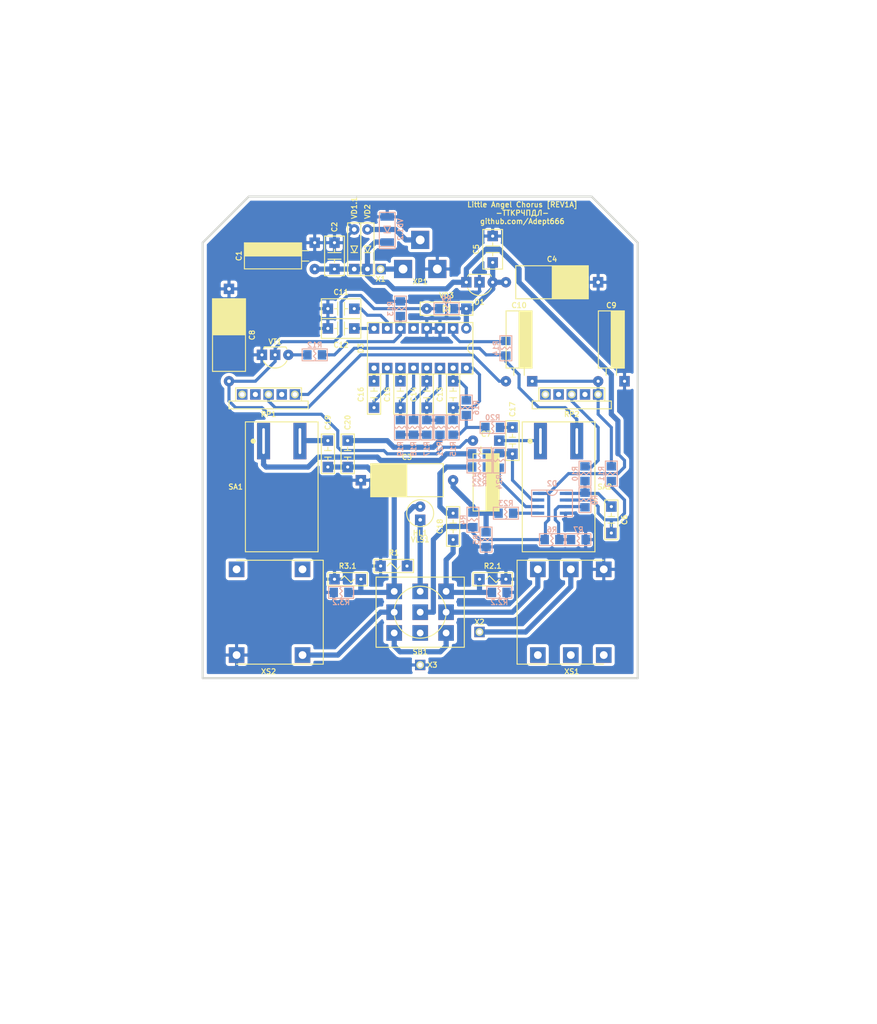
<source format=kicad_pcb>
(kicad_pcb (version 20171130) (host pcbnew 5.1.12-84ad8e8a86~92~ubuntu20.04.1)
  (title_block (title ТКП-1.12.A-1) (date 2024-05-26) (rev 1A) (company "Little Angel Chorus [REV1A]") (comment 1 http://github.com/Adept666) (comment 2 "Igor Ivanov (Игорь Иванов)") (comment 3 -ТТКРЧПДЛ-) (comment 4 "This project is licensed under GNU General Public License v3.0 or later"))
  (layers (0 F.Cu jumper) (31 B.Cu signal) (36 B.SilkS user) (37 F.SilkS user) (38 B.Mask user) (44 Edge.Cuts user))
  (net 0 "")
  (net 1 COM)
  (net 2 "Net-(HL1-PadC)")
  (net 3 /LED)
  (net 4 "Net-(SB1-PadNC1)")
  (net 5 "Net-(SB1-PadNC2)")
  (net 6 "Net-(XS1-PadSN)")
  (net 7 "Net-(XS1-PadRN)")
  (net 8 "Net-(XS1-PadTN)")
  (net 9 "Net-(XS2-PadSN)")
  (net 10 "Net-(XS2-PadTN)")
  (net 11 /IN-SCH)
  (net 12 /IN-CON)
  (net 13 /OUT-SCH)
  (net 14 /OUT-CON)
  (net 15 /PP3-POS)
  (net 16 /PP3-NEG)
  (net 17 "Net-(C13-Pad1)")
  (net 18 "Net-(C11-Pad2)")
  (net 19 "Net-(C12-Pad2)")
  (net 20 "Net-(C13-Pad2)")
  (net 21 "Net-(C17-Pad2)")
  (net 22 "Net-(C19-Pad1)")
  (net 23 "Net-(D2-Pad6)")
  (net 24 "Net-(D2-Pad5)")
  (net 25 "Net-(D3-Pad6)")
  (net 26 "Net-(D3-Pad5)")
  (net 27 V)
  (net 28 "Net-(R10-Pad2)")
  (net 29 "Net-(RP1-Pad1)")
  (net 30 VB)
  (net 31 VA)
  (net 32 VC)
  (net 33 "Net-(VD2-PadA)")
  (net 34 "Net-(C10-Pad-)")
  (net 35 "Net-(C10-Pad+)")
  (net 36 "Net-(C14-Pad1)")
  (net 37 "Net-(C14-Pad2)")
  (net 38 "Net-(C15-Pad1)")
  (net 39 "Net-(C15-Pad2)")
  (net 40 "Net-(C16-Pad2)")
  (net 41 "Net-(C16-Pad1)")
  (net 42 "Net-(C17-Pad1)")
  (net 43 "Net-(C18-Pad2)")
  (net 44 "Net-(C20-Pad1)")
  (net 45 "Net-(D3-Pad2)")
  (net 46 "Net-(R12-Pad1)")
  (net 47 "Net-(R14-Pad1)")
  (net 48 "Net-(R15-Pad2)")
  (net 49 "Net-(R17-Pad2)")
  (net 50 "Net-(R25-Pad2)")
  (net 51 "Net-(RP2-Pad1)")
  (net 52 "Net-(C6-Pad1)")
  (net 53 "Net-(C6-Pad2)")
  (net 54 "Net-(C7-Pad+)")
  (net 55 "Net-(C7-Pad-)")
  (module SBEL:G0473_A1 (layer F.Cu) (at 105.41 148.59)
    (fp_text reference VE1 hide)
    (fp_text value G0473 hide)
  )
  (module SBKCL:RP-RK1233N1-KC-PCB (layer F.Cu) (at 134.62 122.08)
    (fp_text reference RP2 (at 0 12.54) (layer F.SilkS) (effects (font (thickness 0.2))))
    (fp_text value B50K)
    (pad 3 thru_hole rect (at 5.08 8.73) (size 2 2) (drill 1) (layers B.Cu B.Mask) (net 34 "Net-(C10-Pad-)"))
    (pad NC2 thru_hole rect (at 2.54 8.73) (size 2 2) (drill 1) (layers B.Cu B.Mask))
    (pad 2 thru_hole rect (at 0 8.73) (size 2 2) (drill 1) (layers B.Cu B.Mask) (net 28 "Net-(R10-Pad2)"))
    (pad NC1 thru_hole rect (at -2.54 8.73) (size 2 2) (drill 1) (layers B.Cu B.Mask))
    (pad 1 thru_hole rect (at -5.08 8.73) (size 2 2) (drill 1) (layers B.Cu B.Mask) (net 51 "Net-(RP2-Pad1)"))
  )
  (module SBKCL:RP-RK1233N1-KC-PCB (layer F.Cu) (at 76.2 122.08)
    (fp_text reference RP1 (at 0 12.54) (layer F.SilkS) (effects (font (thickness 0.2))))
    (fp_text value B50K)
    (pad 3 thru_hole rect (at 5.08 8.73) (size 2 2) (drill 1) (layers B.Cu B.Mask) (net 47 "Net-(R14-Pad1)"))
    (pad NC2 thru_hole rect (at 2.54 8.73) (size 2 2) (drill 1) (layers B.Cu B.Mask))
    (pad 2 thru_hole rect (at 0 8.73) (size 2 2) (drill 1) (layers B.Cu B.Mask) (net 35 "Net-(C10-Pad+)"))
    (pad NC1 thru_hole rect (at -2.54 8.73) (size 2 2) (drill 1) (layers B.Cu B.Mask))
    (pad 1 thru_hole rect (at -5.08 8.73) (size 2 2) (drill 1) (layers B.Cu B.Mask) (net 29 "Net-(RP1-Pad1)"))
  )
  (module KCL:P-SO-08 (layer B.Cu) (at 130.81 151.765 180)
    (fp_text reference D2 (at 0 3.81) (layer B.SilkS) (effects (font (thickness 0.2)) (justify mirror)))
    (fp_text value 5532)
    (pad 8 smd rect (at 2.6 1.905 180) (size 2.2 0.6) (layers B.Cu B.Mask) (net 27 V))
    (pad 7 smd rect (at 2.6 0.635 180) (size 2.2 0.6) (layers B.Cu B.Mask) (net 21 "Net-(C17-Pad2)"))
    (pad 6 smd rect (at 2.6 -0.635 180) (size 2.2 0.6) (layers B.Cu B.Mask) (net 23 "Net-(D2-Pad6)"))
    (pad 5 smd rect (at 2.6 -1.905 180) (size 2.2 0.6) (layers B.Cu B.Mask) (net 24 "Net-(D2-Pad5)"))
    (pad 4 smd rect (at -2.6 -1.905 180) (size 2.2 0.6) (layers B.Cu B.Mask) (net 1 COM))
    (pad 3 smd rect (at -2.6 -0.635 180) (size 2.2 0.6) (layers B.Cu B.Mask) (net 32 VC))
    (pad 2 smd rect (at -2.6 0.635 180) (size 2.2 0.6) (layers B.Cu B.Mask) (net 53 "Net-(C6-Pad2)"))
    (pad 1 smd rect (at -2.6 1.905 180) (size 2.2 0.6) (layers B.Cu B.Mask) (net 52 "Net-(C6-Pad1)"))
  )
  (module KCL:R-SM-1206 (layer B.Cu) (at 90.17 168.91)
    (fp_text reference R3.2 (at 0 1.905) (layer B.SilkS) (effects (font (thickness 0.2)) (justify mirror)))
    (fp_text value 104)
    (pad 2 smd rect (at 1.4 0) (size 1.6 1.8) (layers B.Cu B.Mask) (net 13 /OUT-SCH))
    (pad 1 smd rect (at -1.4 0) (size 1.6 1.8) (layers B.Cu B.Mask) (net 1 COM))
  )
  (module KCL:R-SM-1206 (layer B.Cu) (at 120.65 168.91 180)
    (fp_text reference R2.2 (at 0 -1.905) (layer B.SilkS) (effects (font (thickness 0.2)) (justify mirror)))
    (fp_text value 105)
    (pad 2 smd rect (at 1.4 0 180) (size 1.6 1.8) (layers B.Cu B.Mask) (net 11 /IN-SCH))
    (pad 1 smd rect (at -1.4 0 180) (size 1.6 1.8) (layers B.Cu B.Mask) (net 1 COM))
  )
  (module KCL:R-SM-1206 (layer B.Cu) (at 135.89 158.75 180)
    (fp_text reference R7 (at 0 1.905) (layer B.SilkS) (effects (font (thickness 0.2)) (justify mirror)))
    (fp_text value 473)
    (pad 2 smd rect (at 1.4 0 180) (size 1.6 1.8) (layers B.Cu B.Mask) (net 32 VC))
    (pad 1 smd rect (at -1.4 0 180) (size 1.6 1.8) (layers B.Cu B.Mask) (net 1 COM))
  )
  (module KCL:R-SM-1206 (layer B.Cu) (at 130.81 158.75 180)
    (fp_text reference R6 (at 0 1.905) (layer B.SilkS) (effects (font (thickness 0.2)) (justify mirror)))
    (fp_text value 104)
    (pad 2 smd rect (at 1.4 0 180) (size 1.6 1.8) (layers B.Cu B.Mask) (net 27 V))
    (pad 1 smd rect (at -1.4 0 180) (size 1.6 1.8) (layers B.Cu B.Mask) (net 32 VC))
  )
  (module KCL:R-SM-1206 (layer B.Cu) (at 118.11 158.75 90)
    (fp_text reference R5 (at 0 -1.905 270) (layer B.SilkS) (effects (font (thickness 0.2)) (justify mirror)))
    (fp_text value 103)
    (pad 2 smd rect (at 1.4 0 90) (size 1.6 1.8) (layers B.Cu B.Mask) (net 30 VB))
    (pad 1 smd rect (at -1.4 0 90) (size 1.6 1.8) (layers B.Cu B.Mask) (net 1 COM))
  )
  (module KCL:R-SM-1206 (layer B.Cu) (at 115.57 154.94 270)
    (fp_text reference R4 (at 0 1.905 90) (layer B.SilkS) (effects (font (thickness 0.2)) (justify mirror)))
    (fp_text value 103)
    (pad 2 smd rect (at 1.4 0 270) (size 1.6 1.8) (layers B.Cu B.Mask) (net 27 V))
    (pad 1 smd rect (at -1.4 0 270) (size 1.6 1.8) (layers B.Cu B.Mask) (net 30 VB))
  )
  (module KCL:CP-AXIAL-D06-L13-d0.6 (layer F.Cu) (at 102.87 147.32 180)
    (fp_text reference C3 (at 0 4.445) (layer F.SilkS) (effects (font (thickness 0.2))))
    (fp_text value 476)
    (pad - thru_hole rect (at 8.89 0 180) (size 2 2) (drill 0.7) (layers *.Cu *.Mask) (net 1 COM))
    (pad + thru_hole circle (at -8.89 0 180) (size 2 2) (drill 0.7) (layers *.Cu *.Mask) (net 30 VB))
  )
  (module KCL:SW-KN3-1-PCB (layer F.Cu) (at 132.08 148.59)
    (fp_text reference SA2 (at 8.89 0) (layer F.SilkS) (effects (font (thickness 0.2))))
    (fp_text value KN3-1)
    (pad NO thru_hole rect (at 3.5 -8.8) (size 2.5 7) (drill oval 0.5 5) (layers B.Cu B.Mask) (net 47 "Net-(R14-Pad1)"))
    (pad COM thru_hole rect (at -3.5 -8.8) (size 2.5 7) (drill oval 0.5 5) (layers B.Cu B.Mask) (net 55 "Net-(C7-Pad-)"))
  )
  (module KCL:SW-KN3-1-PCB (layer F.Cu) (at 78.74 148.59)
    (fp_text reference SA1 (at -8.89 0) (layer F.SilkS) (effects (font (thickness 0.2))))
    (fp_text value KN3-1)
    (pad NO thru_hole rect (at 3.5 -8.8) (size 2.5 7) (drill oval 0.5 5) (layers B.Cu B.Mask) (net 22 "Net-(C19-Pad1)"))
    (pad COM thru_hole rect (at -3.5 -8.8) (size 2.5 7) (drill oval 0.5 5) (layers B.Cu B.Mask) (net 50 "Net-(R25-Pad2)"))
  )
  (module KCL:CP-RADIAL-D05.0-P02.0-d0.5-L11-HD (layer F.Cu) (at 118.11 139.7)
    (fp_text reference C7 (at 0 -1.27) (layer F.SilkS) (effects (font (thickness 0.2))))
    (fp_text value 106)
    (pad + thru_hole circle (at -2.54 0) (size 2 2) (drill 0.6) (layers *.Cu *.Mask) (net 54 "Net-(C7-Pad+)"))
    (pad - thru_hole rect (at 2.54 0) (size 2 2) (drill 0.6) (layers *.Cu *.Mask) (net 55 "Net-(C7-Pad-)"))
  )
  (module KCL:P-DO-41 (layer F.Cu) (at 95.25 102.87 270)
    (fp_text reference VD2 (at -5.715 0 90) (layer F.SilkS) (effects (font (thickness 0.2)) (justify left)))
    (fp_text value 5817)
    (pad A thru_hole circle (at -3.81 0 270) (size 2 2) (drill 0.9) (layers *.Cu *.Mask) (net 33 "Net-(VD2-PadA)"))
    (pad C thru_hole rect (at 3.81 0 270) (size 2 2) (drill 0.9) (layers *.Cu *.Mask) (net 27 V))
  )
  (module KCL:P-TO-92-C-B-E (layer F.Cu) (at 77.47 123.19 180)
    (fp_text reference VT1 (at 0 2.54) (layer F.SilkS) (effects (font (thickness 0.2))))
    (fp_text value 3904)
    (pad E thru_hole rect (at 2.54 0 180) (size 2 2) (drill 0.6) (layers *.Cu *.Mask) (net 1 COM))
    (pad B thru_hole rect (at 0 0 180) (size 2 2) (drill 0.6) (layers *.Cu *.Mask) (net 54 "Net-(C7-Pad+)"))
    (pad C thru_hole circle (at -2.54 0 180) (size 2 2) (drill 0.6) (layers *.Cu *.Mask) (net 46 "Net-(R12-Pad1)"))
  )
  (module KCL:P-DO-35 (layer F.Cu) (at 110.49 114.3)
    (fp_text reference VD3 (at 0 -2.54) (layer F.SilkS) (effects (font (thickness 0.2))))
    (fp_text value 4148)
    (pad A thru_hole circle (at -3.81 0) (size 2 2) (drill 0.6) (layers *.Cu *.Mask) (net 54 "Net-(C7-Pad+)"))
    (pad C thru_hole rect (at 3.81 0) (size 2 2) (drill 0.6) (layers *.Cu *.Mask) (net 31 VA))
  )
  (module KCL:R-SM-1206 (layer B.Cu) (at 137.16 146.05 90)
    (fp_text reference R10 (at 0 -1.905 90) (layer B.SilkS) (effects (font (thickness 0.2)) (justify mirror)))
    (fp_text value 472)
    (pad 2 smd rect (at 1.4 0 90) (size 1.6 1.8) (layers B.Cu B.Mask) (net 28 "Net-(R10-Pad2)"))
    (pad 1 smd rect (at -1.4 0 90) (size 1.6 1.8) (layers B.Cu B.Mask) (net 52 "Net-(C6-Pad1)"))
  )
  (module KCL:R-SM-1206 (layer B.Cu) (at 142.24 146.05 90)
    (fp_text reference R11 (at 0 -1.905 90) (layer B.SilkS) (effects (font (thickness 0.2)) (justify mirror)))
    (fp_text value 224)
    (pad 2 smd rect (at 1.4 0 90) (size 1.6 1.8) (layers B.Cu B.Mask) (net 34 "Net-(C10-Pad-)"))
    (pad 1 smd rect (at -1.4 0 90) (size 1.6 1.8) (layers B.Cu B.Mask) (net 53 "Net-(C6-Pad2)"))
  )
  (module KCL:R-SM-1206 (layer B.Cu) (at 121.92 121.92 90)
    (fp_text reference R14 (at 0 -1.905 90) (layer B.SilkS) (effects (font (thickness 0.2)) (justify mirror)))
    (fp_text value 333)
    (pad 2 smd rect (at 1.4 0 90) (size 1.6 1.8) (layers B.Cu B.Mask) (net 45 "Net-(D3-Pad2)"))
    (pad 1 smd rect (at -1.4 0 90) (size 1.6 1.8) (layers B.Cu B.Mask) (net 47 "Net-(R14-Pad1)"))
  )
  (module KCL:R-SM-1206 (layer B.Cu) (at 121.92 153.67)
    (fp_text reference R23 (at 0 -1.905) (layer B.SilkS) (effects (font (thickness 0.2)) (justify mirror)))
    (fp_text value 334)
    (pad 2 smd rect (at 1.4 0) (size 1.6 1.8) (layers B.Cu B.Mask) (net 24 "Net-(D2-Pad5)"))
    (pad 1 smd rect (at -1.4 0) (size 1.6 1.8) (layers B.Cu B.Mask) (net 30 VB))
  )
  (module KCL:R-SM-1206 (layer B.Cu) (at 101.6 114.3 270)
    (fp_text reference R13 (at 0 1.905 90) (layer B.SilkS) (effects (font (thickness 0.2)) (justify mirror)))
    (fp_text value 222)
    (pad 2 smd rect (at 1.4 0 270) (size 1.6 1.8) (layers B.Cu B.Mask) (net 25 "Net-(D3-Pad6)"))
    (pad 1 smd rect (at -1.4 0 270) (size 1.6 1.8) (layers B.Cu B.Mask) (net 1 COM))
  )
  (module KCL:R-SM-1206 (layer B.Cu) (at 110.49 114.3)
    (fp_text reference R9 (at 0 -1.905) (layer B.SilkS) (effects (font (thickness 0.2)) (justify mirror)))
    (fp_text value 683)
    (pad 2 smd rect (at 1.4 0) (size 1.6 1.8) (layers B.Cu B.Mask) (net 31 VA))
    (pad 1 smd rect (at -1.4 0) (size 1.6 1.8) (layers B.Cu B.Mask) (net 54 "Net-(C7-Pad+)"))
  )
  (module KCL:CP-RADIAL-D05.0-P02.0-d0.5-L11-HU (layer F.Cu) (at 142.24 128.27)
    (fp_text reference C9 (at 0 -14.605) (layer F.SilkS) (effects (font (thickness 0.2))))
    (fp_text value 106)
    (pad + thru_hole circle (at -2.54 0) (size 2 2) (drill 0.6) (layers *.Cu *.Mask) (net 34 "Net-(C10-Pad-)"))
    (pad - thru_hole rect (at 2.54 0) (size 2 2) (drill 0.6) (layers *.Cu *.Mask) (net 1 COM))
  )
  (module KCL:CP-RADIAL-D05.0-P02.0-d0.5-L11-HU (layer F.Cu) (at 124.46 128.27)
    (fp_text reference C10 (at 0 -14.605) (layer F.SilkS) (effects (font (thickness 0.2))))
    (fp_text value 106)
    (pad + thru_hole circle (at -2.54 0) (size 2 2) (drill 0.6) (layers *.Cu *.Mask) (net 35 "Net-(C10-Pad+)"))
    (pad - thru_hole rect (at 2.54 0) (size 2 2) (drill 0.6) (layers *.Cu *.Mask) (net 34 "Net-(C10-Pad-)"))
  )
  (module KCL:CP-AXIAL-D06-L13-d0.6 (layer F.Cu) (at 68.58 119.38 90)
    (fp_text reference C8 (at 0 4.445 90) (layer F.SilkS) (effects (font (thickness 0.2))))
    (fp_text value 476)
    (pad - thru_hole rect (at 8.89 0 90) (size 2 2) (drill 0.7) (layers *.Cu *.Mask) (net 1 COM))
    (pad + thru_hole circle (at -8.89 0 90) (size 2 2) (drill 0.7) (layers *.Cu *.Mask) (net 54 "Net-(C7-Pad+)"))
  )
  (module KCL:C-RECT-L07.3-W02.5-P05.08-d0.5 (layer F.Cu) (at 87.63 142.24 270)
    (fp_text reference C19 (at -4.445 0 90) (layer F.SilkS) (effects (font (thickness 0.2)) (justify left)))
    (fp_text value 104)
    (pad 1 thru_hole rect (at -2.54 0 270) (size 2 2) (drill 0.6) (layers B.Cu B.Mask) (net 22 "Net-(C19-Pad1)"))
    (pad 2 thru_hole rect (at 2.54 0 270) (size 2 2) (drill 0.6) (layers B.Cu B.Mask) (net 13 /OUT-SCH))
  )
  (module KCL:C-RECT-L07.3-W02.5-P05.08-d0.5 (layer F.Cu) (at 142.24 154.94 270)
    (fp_text reference C6 (at 0 -2.54 90) (layer F.SilkS) (effects (font (thickness 0.2))))
    (fp_text value 103)
    (pad 1 thru_hole rect (at -2.54 0 270) (size 2 2) (drill 0.6) (layers B.Cu B.Mask) (net 52 "Net-(C6-Pad1)"))
    (pad 2 thru_hole rect (at 2.54 0 270) (size 2 2) (drill 0.6) (layers B.Cu B.Mask) (net 53 "Net-(C6-Pad2)"))
  )
  (module KCL:C-RECT-L07.3-W02.5-P05.08-d0.5 (layer F.Cu) (at 91.44 142.24 270)
    (fp_text reference C20 (at -4.445 0 90) (layer F.SilkS) (effects (font (thickness 0.2)) (justify left)))
    (fp_text value 104)
    (pad 1 thru_hole rect (at -2.54 0 270) (size 2 2) (drill 0.6) (layers B.Cu B.Mask) (net 44 "Net-(C20-Pad1)"))
    (pad 2 thru_hole rect (at 2.54 0 270) (size 2 2) (drill 0.6) (layers B.Cu B.Mask) (net 13 /OUT-SCH))
  )
  (module KCL:C-RECT-L07.3-W02.5-P05.08-d0.5 (layer F.Cu) (at 123.19 139.7 270)
    (fp_text reference C17 (at -4.445 0 90) (layer F.SilkS) (effects (font (thickness 0.2)) (justify left)))
    (fp_text value 104)
    (pad 1 thru_hole rect (at -2.54 0 270) (size 2 2) (drill 0.6) (layers B.Cu B.Mask) (net 42 "Net-(C17-Pad1)"))
    (pad 2 thru_hole rect (at 2.54 0 270) (size 2 2) (drill 0.6) (layers B.Cu B.Mask) (net 21 "Net-(C17-Pad2)"))
  )
  (module KCL:P-DO-41 (layer F.Cu) (at 92.71 102.87 270)
    (fp_text reference VD1.1 (at -5.715 0 90) (layer F.SilkS) (effects (font (thickness 0.2)) (justify left)))
    (fp_text value 400x)
    (pad A thru_hole circle (at -3.81 0 270) (size 2 2) (drill 0.9) (layers *.Cu *.Mask) (net 1 COM))
    (pad C thru_hole rect (at 3.81 0 270) (size 2 2) (drill 0.9) (layers *.Cu *.Mask) (net 27 V))
  )
  (module KCL:R-SM-1206 (layer B.Cu) (at 85.09 123.19)
    (fp_text reference R12 (at 0 -1.905) (layer B.SilkS) (effects (font (thickness 0.2)) (justify mirror)))
    (fp_text value 101)
    (pad 2 smd rect (at 1.4 0) (size 1.6 1.8) (layers B.Cu B.Mask) (net 25 "Net-(D3-Pad6)"))
    (pad 1 smd rect (at -1.4 0) (size 1.6 1.8) (layers B.Cu B.Mask) (net 46 "Net-(R12-Pad1)"))
  )
  (module KCL:R-SM-1206 (layer B.Cu) (at 137.16 151.13 90)
    (fp_text reference R8 (at 0 1.905 90) (layer B.SilkS) (effects (font (thickness 0.2)) (justify mirror)))
    (fp_text value 224)
    (pad 2 smd rect (at 1.4 0 90) (size 1.6 1.8) (layers B.Cu B.Mask) (net 52 "Net-(C6-Pad1)"))
    (pad 1 smd rect (at -1.4 0 90) (size 1.6 1.8) (layers B.Cu B.Mask) (net 32 VC))
  )
  (module KCL:R-SM-1206 (layer B.Cu) (at 109.22 137.16 270)
    (fp_text reference R21 (at 2.54 0 90) (layer B.SilkS) (effects (font (thickness 0.2)) (justify left mirror)))
    (fp_text value 103)
    (pad 2 smd rect (at 1.4 0 270) (size 1.6 1.8) (layers B.Cu B.Mask) (net 44 "Net-(C20-Pad1)"))
    (pad 1 smd rect (at -1.4 0 270) (size 1.6 1.8) (layers B.Cu B.Mask) (net 36 "Net-(C14-Pad1)"))
  )
  (module KCL:R-SM-1206 (layer B.Cu) (at 116.84 142.24 180)
    (fp_text reference R25 (at 0 -4.445) (layer B.SilkS) (effects (font (thickness 0.2)) (justify mirror)))
    (fp_text value 103)
    (pad 2 smd rect (at 1.4 0 180) (size 1.6 1.8) (layers B.Cu B.Mask) (net 50 "Net-(R25-Pad2)"))
    (pad 1 smd rect (at -1.4 0 180) (size 1.6 1.8) (layers B.Cu B.Mask) (net 21 "Net-(C17-Pad2)"))
  )
  (module KCL:R-SM-1206 (layer B.Cu) (at 119.38 137.16)
    (fp_text reference R20 (at 0 -1.905) (layer B.SilkS) (effects (font (thickness 0.2)) (justify mirror)))
    (fp_text value 103)
    (pad 2 smd rect (at 1.4 0) (size 1.6 1.8) (layers B.Cu B.Mask) (net 42 "Net-(C17-Pad1)"))
    (pad 1 smd rect (at -1.4 0) (size 1.6 1.8) (layers B.Cu B.Mask) (net 48 "Net-(R15-Pad2)"))
  )
  (module KCL:R-SM-1206 (layer B.Cu) (at 101.6 137.16 270)
    (fp_text reference R19 (at 2.54 0 90) (layer B.SilkS) (effects (font (thickness 0.2)) (justify left mirror)))
    (fp_text value 103)
    (pad 2 smd rect (at 1.4 0 270) (size 1.6 1.8) (layers B.Cu B.Mask) (net 49 "Net-(R17-Pad2)"))
    (pad 1 smd rect (at -1.4 0 270) (size 1.6 1.8) (layers B.Cu B.Mask) (net 38 "Net-(C15-Pad1)"))
  )
  (module KCL:R-SM-1206 (layer B.Cu) (at 104.14 137.16 270)
    (fp_text reference R18 (at 2.54 0 90) (layer B.SilkS) (effects (font (thickness 0.2)) (justify left mirror)))
    (fp_text value 103)
    (pad 2 smd rect (at 1.4 0 270) (size 1.6 1.8) (layers B.Cu B.Mask) (net 49 "Net-(R17-Pad2)"))
    (pad 1 smd rect (at -1.4 0 270) (size 1.6 1.8) (layers B.Cu B.Mask) (net 37 "Net-(C14-Pad2)"))
  )
  (module KCL:R-SM-1206 (layer B.Cu) (at 106.68 137.16 270)
    (fp_text reference R17 (at 2.54 0 90) (layer B.SilkS) (effects (font (thickness 0.2)) (justify left mirror)))
    (fp_text value 103)
    (pad 2 smd rect (at 1.4 0 270) (size 1.6 1.8) (layers B.Cu B.Mask) (net 49 "Net-(R17-Pad2)"))
    (pad 1 smd rect (at -1.4 0 270) (size 1.6 1.8) (layers B.Cu B.Mask) (net 36 "Net-(C14-Pad1)"))
  )
  (module KCL:R-SM-1206 (layer B.Cu) (at 114.3 133.35 270)
    (fp_text reference R16 (at 0 -1.905 90) (layer B.SilkS) (effects (font (thickness 0.2)) (justify mirror)))
    (fp_text value 103)
    (pad 2 smd rect (at 1.4 0 270) (size 1.6 1.8) (layers B.Cu B.Mask) (net 48 "Net-(R15-Pad2)"))
    (pad 1 smd rect (at -1.4 0 270) (size 1.6 1.8) (layers B.Cu B.Mask) (net 20 "Net-(C13-Pad2)"))
  )
  (module KCL:R-SM-1206 (layer B.Cu) (at 111.76 137.16 270)
    (fp_text reference R15 (at 2.54 0 90) (layer B.SilkS) (effects (font (thickness 0.2)) (justify left mirror)))
    (fp_text value 103)
    (pad 2 smd rect (at 1.4 0 270) (size 1.6 1.8) (layers B.Cu B.Mask) (net 48 "Net-(R15-Pad2)"))
    (pad 1 smd rect (at -1.4 0 270) (size 1.6 1.8) (layers B.Cu B.Mask) (net 17 "Net-(C13-Pad1)"))
  )
  (module KCL:R-SM-1206 (layer B.Cu) (at 120.65 143.51 90)
    (fp_text reference R24 (at -2.54 0 90) (layer B.SilkS) (effects (font (thickness 0.2)) (justify left mirror)))
    (fp_text value 105)
    (pad 2 smd rect (at 1.4 0 90) (size 1.6 1.8) (layers B.Cu B.Mask) (net 21 "Net-(C17-Pad2)"))
    (pad 1 smd rect (at -1.4 0 90) (size 1.6 1.8) (layers B.Cu B.Mask) (net 23 "Net-(D2-Pad6)"))
  )
  (module KCL:R-SM-1206 (layer B.Cu) (at 116.84 144.78)
    (fp_text reference R22 (at 0 3.175) (layer B.SilkS) (effects (font (thickness 0.2)) (justify mirror)))
    (fp_text value 474)
    (pad 2 smd rect (at 1.4 0) (size 1.6 1.8) (layers B.Cu B.Mask) (net 23 "Net-(D2-Pad6)"))
    (pad 1 smd rect (at -1.4 0) (size 1.6 1.8) (layers B.Cu B.Mask) (net 43 "Net-(C18-Pad2)"))
  )
  (module KCL:P-DIP-16 (layer F.Cu) (at 105.41 121.92 270)
    (fp_text reference D3 (at 0 11.43 90) (layer F.SilkS) (effects (font (thickness 0.2))))
    (fp_text value 2399)
    (pad 10 thru_hole rect (at 3.81 6.35 270) (size 2 2) (drill 1) (layers *.Cu *.Mask) (net 41 "Net-(C16-Pad1)"))
    (pad 9 thru_hole rect (at 3.81 8.89 270) (size 2 2) (drill 1) (layers *.Cu *.Mask) (net 40 "Net-(C16-Pad2)"))
    (pad 12 thru_hole rect (at 3.81 1.27 270) (size 2 2) (drill 1) (layers *.Cu *.Mask) (net 38 "Net-(C15-Pad1)"))
    (pad 11 thru_hole rect (at 3.81 3.81 270) (size 2 2) (drill 1) (layers *.Cu *.Mask) (net 39 "Net-(C15-Pad2)"))
    (pad 8 thru_hole rect (at -3.81 8.89 270) (size 2 2) (drill 1) (layers *.Cu *.Mask) (net 19 "Net-(C12-Pad2)"))
    (pad 6 thru_hole rect (at -3.81 3.81 270) (size 2 2) (drill 1) (layers *.Cu *.Mask) (net 25 "Net-(D3-Pad6)"))
    (pad 7 thru_hole rect (at -3.81 6.35 270) (size 2 2) (drill 1) (layers *.Cu *.Mask) (net 18 "Net-(C11-Pad2)"))
    (pad 5 thru_hole rect (at -3.81 1.27 270) (size 2 2) (drill 1) (layers *.Cu *.Mask) (net 26 "Net-(D3-Pad5)"))
    (pad 16 thru_hole rect (at 3.81 -8.89 270) (size 2 2) (drill 1) (layers *.Cu *.Mask) (net 17 "Net-(C13-Pad1)"))
    (pad 15 thru_hole rect (at 3.81 -6.35 270) (size 2 2) (drill 1) (layers *.Cu *.Mask) (net 20 "Net-(C13-Pad2)"))
    (pad 14 thru_hole rect (at 3.81 -3.81 270) (size 2 2) (drill 1) (layers *.Cu *.Mask) (net 36 "Net-(C14-Pad1)"))
    (pad 13 thru_hole rect (at 3.81 -1.27 270) (size 2 2) (drill 1) (layers *.Cu *.Mask) (net 37 "Net-(C14-Pad2)"))
    (pad 4 thru_hole rect (at -3.81 -1.27 270) (size 2 2) (drill 1) (layers *.Cu *.Mask) (net 1 COM))
    (pad 3 thru_hole rect (at -3.81 -3.81 270) (size 2 2) (drill 1) (layers *.Cu *.Mask) (net 1 COM))
    (pad 2 thru_hole rect (at -3.81 -6.35 270) (size 2 2) (drill 1) (layers *.Cu *.Mask) (net 45 "Net-(D3-Pad2)"))
    (pad 1 thru_hole circle (at -3.81 -8.89 270) (size 2 2) (drill 1) (layers *.Cu *.Mask) (net 31 VA))
  )
  (module KCL:P-TO-92-OUT-GND-IN (layer F.Cu) (at 116.84 109.22 180)
    (fp_text reference D1 (at 0 -3.81) (layer F.SilkS) (effects (font (thickness 0.2))))
    (fp_text value 78L05)
    (pad IN thru_hole rect (at 2.54 0 180) (size 2 2) (drill 0.6) (layers *.Cu *.Mask) (net 27 V))
    (pad GND thru_hole rect (at 0 0 180) (size 2 2) (drill 0.6) (layers *.Cu *.Mask) (net 1 COM))
    (pad OUT thru_hole circle (at -2.54 0 180) (size 2 2) (drill 0.6) (layers *.Cu *.Mask) (net 31 VA))
  )
  (module KCL:C-DISK-D04.2-T03.0-P05.08-d0.5 (layer F.Cu) (at 119.38 102.87 90)
    (fp_text reference C5 (at 0 -3.175 90) (layer F.SilkS) (effects (font (thickness 0.2))))
    (fp_text value 104)
    (pad 1 thru_hole rect (at -2.54 0 90) (size 2 2) (drill 0.6) (layers *.Cu *.Mask) (net 31 VA))
    (pad 2 thru_hole rect (at 2.54 0 90) (size 2 2) (drill 0.6) (layers *.Cu *.Mask) (net 1 COM))
  )
  (module KCL:CP-AXIAL-D06-L13-d0.6 (layer F.Cu) (at 130.81 109.22)
    (fp_text reference C4 (at 0 -4.445) (layer F.SilkS) (effects (font (thickness 0.2))))
    (fp_text value 476)
    (pad - thru_hole rect (at 8.89 0) (size 2 2) (drill 0.7) (layers *.Cu *.Mask) (net 1 COM))
    (pad + thru_hole circle (at -8.89 0) (size 2 2) (drill 0.7) (layers *.Cu *.Mask) (net 31 VA))
  )
  (module KCL:C-RECT-L07.3-W02.5-P05.08-d0.5 (layer F.Cu) (at 106.68 130.81 90)
    (fp_text reference C14 (at 0 -2.54 90) (layer F.SilkS) (effects (font (thickness 0.2))))
    (fp_text value 102)
    (pad 1 thru_hole rect (at -2.54 0 90) (size 2 2) (drill 0.6) (layers B.Cu B.Mask) (net 36 "Net-(C14-Pad1)"))
    (pad 2 thru_hole rect (at 2.54 0 90) (size 2 2) (drill 0.6) (layers B.Cu B.Mask) (net 37 "Net-(C14-Pad2)"))
  )
  (module KCL:C-RECT-L07.3-W02.5-P05.08-d0.5 (layer F.Cu) (at 111.76 130.81 90)
    (fp_text reference C13 (at 0 -2.54 90) (layer F.SilkS) (effects (font (thickness 0.2))))
    (fp_text value 332)
    (pad 1 thru_hole rect (at -2.54 0 90) (size 2 2) (drill 0.6) (layers B.Cu B.Mask) (net 17 "Net-(C13-Pad1)"))
    (pad 2 thru_hole rect (at 2.54 0 90) (size 2 2) (drill 0.6) (layers B.Cu B.Mask) (net 20 "Net-(C13-Pad2)"))
  )
  (module KCL:C-RECT-L07.3-W02.5-P05.08-d0.5 (layer F.Cu) (at 96.52 130.81 90)
    (fp_text reference C16 (at 0 -2.54 90) (layer F.SilkS) (effects (font (thickness 0.2))))
    (fp_text value 103)
    (pad 1 thru_hole rect (at -2.54 0 90) (size 2 2) (drill 0.6) (layers B.Cu B.Mask) (net 41 "Net-(C16-Pad1)"))
    (pad 2 thru_hole rect (at 2.54 0 90) (size 2 2) (drill 0.6) (layers B.Cu B.Mask) (net 40 "Net-(C16-Pad2)"))
  )
  (module KCL:C-RECT-L07.3-W02.5-P05.08-d0.5 (layer F.Cu) (at 101.6 130.81 90)
    (fp_text reference C15 (at 0 -2.54 90) (layer F.SilkS) (effects (font (thickness 0.2))))
    (fp_text value 103)
    (pad 1 thru_hole rect (at -2.54 0 90) (size 2 2) (drill 0.6) (layers B.Cu B.Mask) (net 38 "Net-(C15-Pad1)"))
    (pad 2 thru_hole rect (at 2.54 0 90) (size 2 2) (drill 0.6) (layers B.Cu B.Mask) (net 39 "Net-(C15-Pad2)"))
  )
  (module KCL:C-RECT-L07.3-W02.5-P05.08-d0.5 (layer F.Cu) (at 111.76 156.21 90)
    (fp_text reference C18 (at 0 -2.54 90) (layer F.SilkS) (effects (font (thickness 0.2))))
    (fp_text value 104)
    (pad 1 thru_hole rect (at -2.54 0 90) (size 2 2) (drill 0.6) (layers B.Cu B.Mask) (net 11 /IN-SCH))
    (pad 2 thru_hole rect (at 2.54 0 90) (size 2 2) (drill 0.6) (layers B.Cu B.Mask) (net 43 "Net-(C18-Pad2)"))
  )
  (module KCL:C-DISK-D04.2-T03.0-P05.08-d0.5 (layer F.Cu) (at 90.17 118.11)
    (fp_text reference C12 (at 0 3.175) (layer F.SilkS) (effects (font (thickness 0.2))))
    (fp_text value 104)
    (pad 1 thru_hole rect (at -2.54 0) (size 2 2) (drill 0.6) (layers *.Cu *.Mask) (net 1 COM))
    (pad 2 thru_hole rect (at 2.54 0) (size 2 2) (drill 0.6) (layers *.Cu *.Mask) (net 19 "Net-(C12-Pad2)"))
  )
  (module KCL:C-DISK-D04.2-T03.0-P05.08-d0.5 (layer F.Cu) (at 90.17 114.3)
    (fp_text reference C11 (at 0 -3.175) (layer F.SilkS) (effects (font (thickness 0.2))))
    (fp_text value 104)
    (pad 1 thru_hole rect (at -2.54 0) (size 2 2) (drill 0.6) (layers *.Cu *.Mask) (net 1 COM))
    (pad 2 thru_hole rect (at 2.54 0) (size 2 2) (drill 0.6) (layers *.Cu *.Mask) (net 18 "Net-(C11-Pad2)"))
  )
  (module KCL:R-MFR-12 (layer F.Cu) (at 91.44 166.37)
    (fp_text reference R3.1 (at 0 -2.54) (layer F.SilkS) (effects (font (thickness 0.2))))
    (fp_text value 104)
    (pad 1 thru_hole rect (at -2.54 0) (size 2 2) (drill 0.6) (layers *.Cu *.Mask) (net 1 COM))
    (pad 2 thru_hole rect (at 2.54 0) (size 2 2) (drill 0.6) (layers *.Cu *.Mask) (net 13 /OUT-SCH))
  )
  (module KCL:CON-PAD-S-1.0-2.0 (layer F.Cu) (at 105.41 182.88)
    (fp_text reference X3 (at 1.27 0) (layer F.SilkS) (effects (font (thickness 0.2)) (justify left)))
    (fp_text value COM)
    (pad 1 thru_hole rect (at 0 0) (size 2 2) (drill 1) (layers B.Cu B.Mask) (net 1 COM))
  )
  (module KCL:R-MFR-12 (layer F.Cu) (at 119.38 166.37 180)
    (fp_text reference R2.1 (at 0 2.54) (layer F.SilkS) (effects (font (thickness 0.2))))
    (fp_text value 105)
    (pad 1 thru_hole rect (at -2.54 0 180) (size 2 2) (drill 0.6) (layers *.Cu *.Mask) (net 1 COM))
    (pad 2 thru_hole rect (at 2.54 0 180) (size 2 2) (drill 0.6) (layers *.Cu *.Mask) (net 11 /IN-SCH))
  )
  (module KCL:C-DISK-D04.2-T03.0-P05.08-d0.5 (layer F.Cu) (at 88.9 104.14 90)
    (fp_text reference C2 (at 4.445 0 90) (layer F.SilkS) (effects (font (thickness 0.2)) (justify left)))
    (fp_text value 104)
    (pad 1 thru_hole rect (at -2.54 0 90) (size 2 2) (drill 0.6) (layers *.Cu *.Mask) (net 27 V))
    (pad 2 thru_hole rect (at 2.54 0 90) (size 2 2) (drill 0.6) (layers *.Cu *.Mask) (net 1 COM))
  )
  (module KCL:CP-RADIAL-D05.0-P02.0-d0.5-L11-HU (layer F.Cu) (at 85.09 104.14 90)
    (fp_text reference C1 (at 0 -14.605 90) (layer F.SilkS) (effects (font (thickness 0.2))))
    (fp_text value 107)
    (pad + thru_hole circle (at -2.54 0 90) (size 2 2) (drill 0.6) (layers *.Cu *.Mask) (net 27 V))
    (pad - thru_hole rect (at 2.54 0 90) (size 2 2) (drill 0.6) (layers *.Cu *.Mask) (net 1 COM))
  )
  (module KCL:B-PP3-HV (layer F.Cu) (at 105.41 195.58)
    (fp_text reference GB1 hide)
    (fp_text value PP3 hide)
  )
  (module KCL:CON-NYS-2152 (layer F.Cu) (at 66.04 172.72 270)
    (fp_text reference XS2 (at 11.43 -10.16 180) (layer F.SilkS) (effects (font (thickness 0.2))))
    (fp_text value NYS2152)
    (pad S thru_hole rect (at 8.25 -4 270) (size 3 3) (drill 1.5) (layers B.Cu B.Mask) (net 1 COM))
    (pad T thru_hole rect (at 8.25 -16.7 270) (size 3 3) (drill 1.5) (layers B.Cu B.Mask) (net 14 /OUT-CON))
    (pad SN thru_hole rect (at -8.25 -4 270) (size 3 3) (drill 1.5) (layers B.Cu B.Mask) (net 9 "Net-(XS2-PadSN)"))
    (pad TN thru_hole rect (at -8.25 -16.7 270) (size 3 3) (drill 1.5) (layers B.Cu B.Mask) (net 10 "Net-(XS2-PadTN)"))
  )
  (module KCL:CON-NYS-215 (layer F.Cu) (at 144.78 172.72 90)
    (fp_text reference XS1 (at -11.43 -10.16 180) (layer F.SilkS) (effects (font (thickness 0.2))))
    (fp_text value NYS215)
    (pad S thru_hole rect (at 8.25 -4 90) (size 3 3) (drill 1.5) (layers B.Cu B.Mask) (net 1 COM))
    (pad R thru_hole rect (at 8.25 -10.35 90) (size 3 3) (drill 1.5) (layers B.Cu B.Mask) (net 16 /PP3-NEG))
    (pad T thru_hole rect (at 8.25 -16.7 90) (size 3 3) (drill 1.5) (layers B.Cu B.Mask) (net 12 /IN-CON))
    (pad SN thru_hole rect (at -8.25 -4 90) (size 3 3) (drill 1.5) (layers B.Cu B.Mask) (net 6 "Net-(XS1-PadSN)"))
    (pad RN thru_hole rect (at -8.25 -10.35 90) (size 3 3) (drill 1.5) (layers B.Cu B.Mask) (net 7 "Net-(XS1-PadRN)"))
    (pad TN thru_hole rect (at -8.25 -16.7 90) (size 3 3) (drill 1.5) (layers B.Cu B.Mask) (net 8 "Net-(XS1-PadTN)"))
  )
  (module KCL:P-SOD-87 (layer B.Cu) (at 99.06 99.06 270)
    (fp_text reference VD1.2 (at 0 -2.54 90) (layer B.SilkS) (effects (font (thickness 0.2)) (justify mirror)))
    (fp_text value 4001)
    (pad C smd rect (at 2.425 0 270) (size 1.45 2.6) (layers B.Cu B.Mask) (net 27 V))
    (pad A smd rect (at -2.425 0 270) (size 1.45 2.6) (layers B.Cu B.Mask) (net 1 COM))
  )
  (module KCL:CON-PAD-S-1.0-2.0 (layer F.Cu) (at 116.84 176.53)
    (fp_text reference X2 (at 0 -1.905) (layer F.SilkS) (effects (font (thickness 0.2))))
    (fp_text value -)
    (pad 1 thru_hole rect (at 0 0) (size 2 2) (drill 1) (layers B.Cu B.Mask) (net 16 /PP3-NEG))
  )
  (module KCL:R-MFR-12 (layer F.Cu) (at 100.33 163.83)
    (fp_text reference R1 (at 0 -2.54) (layer F.SilkS) (effects (font (thickness 0.2))))
    (fp_text value 103)
    (pad 1 thru_hole rect (at -2.54 0) (size 2 2) (drill 0.6) (layers *.Cu *.Mask) (net 1 COM))
    (pad 2 thru_hole rect (at 2.54 0) (size 2 2) (drill 0.6) (layers *.Cu *.Mask) (net 2 "Net-(HL1-PadC)"))
  )
  (module KCL:LED-ROUND-05.0-UNI-SH-SPACER (layer F.Cu) (at 105.41 153.67 270)
    (fp_text reference HL1 (at 3.81 0 180) (layer F.SilkS) (effects (font (thickness 0.2))))
    (fp_text value FYL-5013UWC)
    (pad C thru_hole circle (at -1.27 0 270) (size 2 2) (drill 0.7) (layers B.Cu B.Mask) (net 2 "Net-(HL1-PadC)"))
    (pad A thru_hole rect (at 1.27 0 270) (size 2 2) (drill 0.7) (layers B.Cu B.Mask) (net 3 /LED))
  )
  (module KCL:CON-PAD-S-1.0-2.0 (layer F.Cu) (at 97.79 106.68)
    (fp_text reference X1 (at 0 1.905) (layer F.SilkS) (effects (font (thickness 0.2))))
    (fp_text value +)
    (pad 1 thru_hole rect (at 0 0) (size 2 2) (drill 1) (layers B.Cu B.Mask) (net 15 /PP3-POS))
  )
  (module KCL:SW-PBS-24-302SP (layer F.Cu) (at 105.41 172.72)
    (fp_text reference SB1 (at 0 7.62) (layer F.SilkS) (effects (font (thickness 0.2))))
    (fp_text value PBS-24-302SP)
    (pad COM3 thru_hole rect (at 5 0) (size 3 3) (drill 1.3) (layers B.Cu B.Mask) (net 12 /IN-CON))
    (pad NC3 thru_hole rect (at 5 4) (size 3 3) (drill 1.3) (layers B.Cu B.Mask) (net 4 "Net-(SB1-PadNC1)"))
    (pad NO3 thru_hole rect (at 5 -4) (size 3 3) (drill 1.3) (layers B.Cu B.Mask) (net 11 /IN-SCH))
    (pad COM2 thru_hole rect (at 0 0) (size 3 3) (drill 1.3) (layers B.Cu B.Mask) (net 27 V))
    (pad NC2 thru_hole rect (at 0 4) (size 3 3) (drill 1.3) (layers B.Cu B.Mask) (net 5 "Net-(SB1-PadNC2)"))
    (pad NO2 thru_hole rect (at 0 -4) (size 3 3) (drill 1.3) (layers B.Cu B.Mask) (net 3 /LED))
    (pad NO1 thru_hole rect (at -5 -4) (size 3 3) (drill 1.3) (layers B.Cu B.Mask) (net 13 /OUT-SCH))
    (pad COM1 thru_hole rect (at -5 0) (size 3 3) (drill 1.3) (layers B.Cu B.Mask) (net 14 /OUT-CON))
    (pad NC1 thru_hole rect (at -5 4) (size 3 3) (drill 1.3) (layers B.Cu B.Mask) (net 4 "Net-(SB1-PadNC1)"))
  )
  (module "KCL:CON-(L)7X2RA(H)" (layer F.Cu) (at 105.41 92.71 180)
    (fp_text reference XP1 (at 0 -16.383) (layer F.SilkS) (effects (font (thickness 0.2))))
    (fp_text value 722RA)
    (pad S thru_hole rect (at 0 -8.36 180) (size 3.5 3.5) (drill 1.7) (layers *.Cu *.Mask) (net 33 "Net-(VD2-PadA)"))
    (pad SN thru_hole rect (at 3.3 -13.96 180) (size 3.5 3.5) (drill 1.7) (layers *.Cu *.Mask) (net 15 /PP3-POS))
    (pad C thru_hole rect (at -3.3 -13.96 180) (size 3.5 3.5) (drill 1.7) (layers *.Cu *.Mask) (net 1 COM))
  )
  (module KCL:VLS-BR (layer F.Cu) (at 105.41 153.67)
    (fp_text reference VLS1 (at 0 5.08) (layer F.SilkS) (effects (font (thickness 0.2))))
    (fp_text value BR-17.8)
  )
  (gr_text "Little Angel Chorus [REV1A]\n-ТТКРЧПДЛ-\ngithub.com/Adept666" (at 125.095 95.885) (layer F.SilkS) (effects (font (size 1 1) (thickness 0.2))))
  (gr_line (start 138.43 92.71) (end 147.32 101.6) (layer Edge.Cuts) (width 0.4))
  (gr_line (start 63.5 101.6) (end 72.39 92.71) (layer Edge.Cuts) (width 0.4))
  (gr_line (start 147.32 101.6) (end 147.32 185.42) (layer Edge.Cuts) (width 0.4))
  (gr_line (start 63.5 101.6) (end 63.5 185.42) (layer Edge.Cuts) (width 0.4))
  (gr_line (start 63.5 185.42) (end 147.32 185.42) (layer Edge.Cuts) (width 0.4))
  (gr_line (start 72.39 92.71) (end 138.43 92.71) (layer Edge.Cuts) (width 0.4))
  (segment (start 110.49 112.395) (end 110.49 116.205) (width 0.6) (layer B.Cu) (net 1))
  (segment (start 102.87 153.67) (end 104.14 152.4) (width 1) (layer B.Cu) (net 2))
  (segment (start 105.41 152.4) (end 104.14 152.4) (width 1) (layer B.Cu) (net 2))
  (segment (start 102.87 153.67) (end 102.87 163.83) (width 1) (layer B.Cu) (net 2))
  (segment (start 105.41 168.72) (end 105.41 154.94) (width 1) (layer B.Cu) (net 3))
  (segment (start 101.53 180.34) (end 109.29 180.34) (width 1) (layer B.Cu) (net 4))
  (segment (start 110.41 179.22) (end 109.29 180.34) (width 1) (layer B.Cu) (net 4))
  (segment (start 110.41 176.72) (end 110.41 179.22) (width 1) (layer B.Cu) (net 4))
  (segment (start 100.41 179.22) (end 101.53 180.34) (width 1) (layer B.Cu) (net 4))
  (segment (start 100.41 176.72) (end 100.41 179.22) (width 1) (layer B.Cu) (net 4))
  (segment (start 110.41 162.64) (end 110.41 168.72) (width 1) (layer B.Cu) (net 11))
  (segment (start 111.76 161.29) (end 110.41 162.64) (width 1) (layer B.Cu) (net 11))
  (segment (start 111.76 158.75) (end 111.76 161.29) (width 1) (layer B.Cu) (net 11))
  (segment (start 119.25 168.91) (end 116.84 168.91) (width 1) (layer B.Cu) (net 11))
  (segment (start 116.84 168.91) (end 116.84 166.37) (width 1) (layer B.Cu) (net 11))
  (segment (start 116.84 168.91) (end 110.41 168.91) (width 1) (layer B.Cu) (net 11))
  (segment (start 123.19 172.72) (end 110.41 172.72) (width 1) (layer B.Cu) (net 12))
  (segment (start 128.08 164.47) (end 128.08 167.83) (width 1) (layer B.Cu) (net 12))
  (segment (start 128.08 167.83) (end 123.19 172.72) (width 1) (layer B.Cu) (net 12))
  (segment (start 87.63 144.78) (end 91.44 144.78) (width 1) (layer B.Cu) (net 13))
  (segment (start 100.41 149.94) (end 100.41 168.72) (width 1) (layer B.Cu) (net 13))
  (segment (start 91.44 144.78) (end 95.25 144.78) (width 1) (layer B.Cu) (net 13))
  (segment (start 95.25 144.78) (end 100.41 149.94) (width 1) (layer B.Cu) (net 13))
  (segment (start 91.57 168.91) (end 93.98 168.91) (width 1) (layer B.Cu) (net 13))
  (segment (start 93.98 168.91) (end 93.98 166.37) (width 1) (layer B.Cu) (net 13))
  (segment (start 93.98 168.91) (end 100.41 168.91) (width 1) (layer B.Cu) (net 13))
  (segment (start 97.79 172.72) (end 100.41 172.72) (width 1) (layer B.Cu) (net 14))
  (segment (start 89.54 180.97) (end 97.79 172.72) (width 1) (layer B.Cu) (net 14))
  (segment (start 82.74 180.97) (end 89.54 180.97) (width 1) (layer B.Cu) (net 14))
  (segment (start 97.79 106.68) (end 102.11 106.68) (width 1) (layer B.Cu) (net 15))
  (segment (start 125.73 176.53) (end 116.84 176.53) (width 1) (layer B.Cu) (net 16))
  (segment (start 134.43 164.47) (end 134.43 167.83) (width 1) (layer B.Cu) (net 16))
  (segment (start 134.43 167.83) (end 125.73 176.53) (width 1) (layer B.Cu) (net 16))
  (segment (start 115.57 125.73) (end 116.84 127) (width 0.6) (layer B.Cu) (net 17))
  (segment (start 114.3 125.73) (end 115.57 125.73) (width 0.6) (layer B.Cu) (net 17))
  (segment (start 115.57 133.35) (end 116.84 132.08) (width 0.6) (layer B.Cu) (net 17))
  (segment (start 116.84 127) (end 116.84 132.08) (width 0.6) (layer B.Cu) (net 17))
  (segment (start 115.57 133.35) (end 111.76 133.35) (width 0.6) (layer B.Cu) (net 17))
  (segment (start 111.76 135.76) (end 111.76 133.35) (width 0.6) (layer B.Cu) (net 17))
  (segment (start 97.79 115.57) (end 99.06 116.84) (width 0.6) (layer B.Cu) (net 18))
  (segment (start 99.06 116.84) (end 99.06 118.11) (width 0.6) (layer B.Cu) (net 18))
  (segment (start 95.25 115.57) (end 97.79 115.57) (width 0.6) (layer B.Cu) (net 18))
  (segment (start 93.98 114.3) (end 95.25 115.57) (width 0.6) (layer B.Cu) (net 18))
  (segment (start 92.71 114.3) (end 93.98 114.3) (width 0.6) (layer B.Cu) (net 18))
  (segment (start 92.71 118.11) (end 96.52 118.11) (width 0.6) (layer B.Cu) (net 19))
  (segment (start 111.76 125.73) (end 111.76 128.27) (width 0.6) (layer B.Cu) (net 20))
  (segment (start 113.03 128.27) (end 111.76 128.27) (width 0.6) (layer B.Cu) (net 20))
  (segment (start 113.03 128.27) (end 114.3 129.54) (width 0.6) (layer B.Cu) (net 20))
  (segment (start 114.3 131.95) (end 114.3 129.54) (width 0.6) (layer B.Cu) (net 20))
  (segment (start 120.65 142.24) (end 123.19 142.24) (width 1) (layer B.Cu) (net 21))
  (segment (start 118.24 142.24) (end 120.65 142.24) (width 1) (layer B.Cu) (net 21))
  (segment (start 123.19 142.24) (end 123.19 147.32) (width 0.6) (layer B.Cu) (net 21))
  (segment (start 127 151.13) (end 128.21 151.13) (width 0.6) (layer B.Cu) (net 21))
  (segment (start 123.19 147.32) (end 127 151.13) (width 0.6) (layer B.Cu) (net 21))
  (segment (start 87.63 139.7) (end 82.24 139.7) (width 1) (layer B.Cu) (net 22))
  (segment (start 118.24 144.78) (end 120.65 144.78) (width 1) (layer B.Cu) (net 23))
  (segment (start 125.73 152.4) (end 128.21 152.4) (width 0.6) (layer B.Cu) (net 23))
  (segment (start 120.65 147.32) (end 125.73 152.4) (width 0.6) (layer B.Cu) (net 23))
  (segment (start 120.65 144.91) (end 120.65 147.32) (width 0.6) (layer B.Cu) (net 23))
  (segment (start 128.21 153.67) (end 123.32 153.67) (width 0.6) (layer B.Cu) (net 24))
  (segment (start 101.6 115.7) (end 101.6 118.11) (width 0.6) (layer B.Cu) (net 25))
  (segment (start 91.44 120.65) (end 100.33 120.65) (width 0.6) (layer B.Cu) (net 25))
  (segment (start 100.33 120.65) (end 101.6 119.38) (width 0.6) (layer B.Cu) (net 25))
  (segment (start 101.6 119.38) (end 101.6 118.11) (width 0.6) (layer B.Cu) (net 25))
  (segment (start 87.89 123.19) (end 88.9 123.19) (width 0.6) (layer B.Cu) (net 25))
  (segment (start 86.49 123.19) (end 87.89 123.19) (width 0.6) (layer B.Cu) (net 25))
  (segment (start 88.9 123.19) (end 91.44 120.65) (width 0.6) (layer B.Cu) (net 25))
  (segment (start 110.49 156.21) (end 115.57 156.21) (width 1) (layer B.Cu) (net 27))
  (segment (start 107.95 158.75) (end 110.49 156.21) (width 1) (layer B.Cu) (net 27))
  (segment (start 105.41 172.72) (end 107.95 172.72) (width 1) (layer B.Cu) (net 27))
  (segment (start 107.95 172.72) (end 107.95 158.75) (width 1) (layer B.Cu) (net 27))
  (segment (start 128.21 149.86) (end 130.175 149.86) (width 0.6) (layer B.Cu) (net 27))
  (segment (start 115.57 156.34) (end 115.57 157.48) (width 0.6) (layer B.Cu) (net 27))
  (segment (start 115.57 157.48) (end 116.84 158.75) (width 0.6) (layer B.Cu) (net 27))
  (segment (start 116.84 158.75) (end 129.41 158.75) (width 0.6) (layer B.Cu) (net 27))
  (segment (start 130.175 149.86) (end 130.175 154.94) (width 0.6) (layer B.Cu) (net 27))
  (segment (start 130.175 154.94) (end 129.54 155.575) (width 0.6) (layer B.Cu) (net 27))
  (segment (start 129.54 155.575) (end 129.54 158.75) (width 0.6) (layer B.Cu) (net 27))
  (segment (start 143.51 146.05) (end 133.985 146.05) (width 0.6) (layer B.Cu) (net 27))
  (segment (start 144.78 143.51) (end 144.78 144.78) (width 0.6) (layer B.Cu) (net 27))
  (segment (start 133.985 146.05) (end 130.175 149.86) (width 0.6) (layer B.Cu) (net 27))
  (segment (start 144.78 144.78) (end 143.51 146.05) (width 0.6) (layer B.Cu) (net 27))
  (segment (start 143.51 142.24) (end 144.78 143.51) (width 0.6) (layer B.Cu) (net 27))
  (segment (start 95.25 106.68) (end 95.25 107.95) (width 1) (layer B.Cu) (net 27))
  (segment (start 95.25 107.95) (end 96.52 109.22) (width 1) (layer B.Cu) (net 27))
  (segment (start 85.09 106.68) (end 88.9 106.68) (width 1) (layer B.Cu) (net 27))
  (segment (start 142.24 134.62) (end 143.51 135.89) (width 1) (layer B.Cu) (net 27))
  (segment (start 142.24 127) (end 142.24 134.62) (width 1) (layer B.Cu) (net 27))
  (segment (start 114.3 106.68) (end 118.11 102.87) (width 1) (layer B.Cu) (net 27))
  (segment (start 114.3 109.22) (end 114.3 106.68) (width 1) (layer B.Cu) (net 27))
  (segment (start 143.51 135.89) (end 143.51 142.24) (width 1) (layer B.Cu) (net 27))
  (segment (start 124.46 109.22) (end 142.24 127) (width 1) (layer B.Cu) (net 27))
  (segment (start 124.46 106.68) (end 124.46 109.22) (width 1) (layer B.Cu) (net 27))
  (segment (start 120.65 102.87) (end 124.46 106.68) (width 1) (layer B.Cu) (net 27))
  (segment (start 118.11 102.87) (end 120.65 102.87) (width 1) (layer B.Cu) (net 27))
  (segment (start 100.33 110.49) (end 110.49 110.49) (width 1) (layer B.Cu) (net 27))
  (segment (start 111.76 109.22) (end 114.3 109.22) (width 1) (layer B.Cu) (net 27))
  (segment (start 110.49 110.49) (end 111.76 109.22) (width 1) (layer B.Cu) (net 27))
  (segment (start 96.52 109.22) (end 99.06 109.22) (width 1) (layer B.Cu) (net 27))
  (segment (start 99.06 109.22) (end 100.33 110.49) (width 1) (layer B.Cu) (net 27))
  (segment (start 96.76 101.485) (end 95.25 102.995) (width 1) (layer B.Cu) (net 27))
  (segment (start 99.06 101.485) (end 96.76 101.485) (width 1) (layer B.Cu) (net 27))
  (segment (start 95.25 102.995) (end 95.25 106.68) (width 1) (layer B.Cu) (net 27))
  (segment (start 92.71 106.68) (end 95.25 106.68) (width 1) (layer B.Cu) (net 27))
  (segment (start 88.9 106.68) (end 92.71 106.68) (width 1) (layer B.Cu) (net 27))
  (segment (start 139.7 143.51) (end 138.43 144.78) (width 0.6) (layer B.Cu) (net 28))
  (segment (start 139.7 137.16) (end 139.7 143.51) (width 0.6) (layer B.Cu) (net 28))
  (segment (start 134.62 132.08) (end 139.7 137.16) (width 0.6) (layer B.Cu) (net 28))
  (segment (start 138.43 144.78) (end 137.16 144.78) (width 0.6) (layer B.Cu) (net 28))
  (segment (start 134.62 130.81) (end 134.62 132.08) (width 0.6) (layer B.Cu) (net 28))
  (segment (start 118.11 157.35) (end 118.11 153.67) (width 1) (layer B.Cu) (net 30))
  (segment (start 120.52 153.67) (end 118.11 153.67) (width 1) (layer B.Cu) (net 30))
  (segment (start 118.11 153.67) (end 115.57 153.67) (width 1) (layer B.Cu) (net 30))
  (segment (start 111.76 147.32) (end 111.76 148.59) (width 1) (layer B.Cu) (net 30))
  (segment (start 111.76 148.59) (end 115.57 152.4) (width 1) (layer B.Cu) (net 30))
  (segment (start 115.57 153.54) (end 115.57 152.4) (width 1) (layer B.Cu) (net 30))
  (segment (start 111.89 114.3) (end 114.3 114.3) (width 0.6) (layer B.Cu) (net 31))
  (segment (start 114.3 118.11) (end 114.3 114.3) (width 1) (layer B.Cu) (net 31))
  (segment (start 115.57 114.3) (end 119.38 110.49) (width 1) (layer B.Cu) (net 31))
  (segment (start 119.38 109.22) (end 119.38 110.49) (width 1) (layer B.Cu) (net 31))
  (segment (start 115.57 114.3) (end 114.3 114.3) (width 1) (layer B.Cu) (net 31))
  (segment (start 119.38 109.22) (end 121.92 109.22) (width 1) (layer B.Cu) (net 31))
  (segment (start 119.38 105.41) (end 119.38 109.22) (width 1) (layer B.Cu) (net 31))
  (segment (start 131.445 154.94) (end 132.08 155.575) (width 0.6) (layer B.Cu) (net 32))
  (segment (start 132.08 155.575) (end 132.08 158.75) (width 0.6) (layer B.Cu) (net 32))
  (segment (start 134.49 158.75) (end 132.21 158.75) (width 0.6) (layer B.Cu) (net 32))
  (segment (start 131.445 153.035) (end 132.08 152.4) (width 0.6) (layer B.Cu) (net 32))
  (segment (start 133.41 152.4) (end 132.08 152.4) (width 0.6) (layer B.Cu) (net 32))
  (segment (start 131.445 153.035) (end 131.445 154.94) (width 0.6) (layer B.Cu) (net 32))
  (segment (start 133.41 152.4) (end 137.16 152.4) (width 0.6) (layer B.Cu) (net 32))
  (segment (start 100.65 99.06) (end 95.25 99.06) (width 1) (layer B.Cu) (net 33))
  (segment (start 105.41 101.07) (end 102.66 101.07) (width 1) (layer B.Cu) (net 33))
  (segment (start 102.66 101.07) (end 100.65 99.06) (width 1) (layer B.Cu) (net 33))
  (segment (start 139.7 128.27) (end 139.7 130.81) (width 0.6) (layer B.Cu) (net 34))
  (segment (start 142.24 137.16) (end 142.24 144.65) (width 0.6) (layer B.Cu) (net 34))
  (segment (start 139.7 130.81) (end 139.7 134.62) (width 0.6) (layer B.Cu) (net 34))
  (segment (start 139.7 134.62) (end 142.24 137.16) (width 0.6) (layer B.Cu) (net 34))
  (segment (start 127 128.27) (end 139.7 128.27) (width 0.6) (layer B.Cu) (net 34))
  (segment (start 83.82 133.35) (end 93.98 123.19) (width 0.6) (layer B.Cu) (net 35))
  (segment (start 93.98 123.19) (end 115.57 123.19) (width 0.6) (layer B.Cu) (net 35))
  (segment (start 120.65 128.27) (end 121.92 128.27) (width 0.6) (layer B.Cu) (net 35))
  (segment (start 77.47 133.35) (end 83.82 133.35) (width 0.6) (layer B.Cu) (net 35))
  (segment (start 76.2 130.81) (end 76.2 132.08) (width 0.6) (layer B.Cu) (net 35))
  (segment (start 76.2 132.08) (end 77.47 133.35) (width 0.6) (layer B.Cu) (net 35))
  (segment (start 115.57 123.19) (end 120.65 128.27) (width 0.6) (layer B.Cu) (net 35))
  (segment (start 106.68 132.08) (end 109.22 129.54) (width 0.6) (layer B.Cu) (net 36))
  (segment (start 109.22 125.73) (end 109.22 129.54) (width 0.6) (layer B.Cu) (net 36))
  (segment (start 106.68 132.08) (end 106.68 133.35) (width 0.6) (layer B.Cu) (net 36))
  (segment (start 106.68 135.76) (end 106.68 133.35) (width 0.6) (layer B.Cu) (net 36))
  (segment (start 106.68 135.76) (end 109.22 135.76) (width 0.6) (layer B.Cu) (net 36))
  (segment (start 106.68 125.73) (end 106.68 128.27) (width 0.6) (layer B.Cu) (net 37))
  (segment (start 104.14 132.08) (end 106.68 129.54) (width 0.6) (layer B.Cu) (net 37))
  (segment (start 106.68 129.54) (end 106.68 128.27) (width 0.6) (layer B.Cu) (net 37))
  (segment (start 104.14 135.76) (end 104.14 132.08) (width 0.6) (layer B.Cu) (net 37))
  (segment (start 101.6 132.08) (end 104.14 129.54) (width 0.6) (layer B.Cu) (net 38))
  (segment (start 104.14 125.73) (end 104.14 129.54) (width 0.6) (layer B.Cu) (net 38))
  (segment (start 101.6 132.08) (end 101.6 133.35) (width 0.6) (layer B.Cu) (net 38))
  (segment (start 101.6 135.76) (end 101.6 133.35) (width 0.6) (layer B.Cu) (net 38))
  (segment (start 101.6 125.73) (end 101.6 128.27) (width 0.6) (layer B.Cu) (net 39))
  (segment (start 96.52 125.73) (end 96.52 128.27) (width 0.6) (layer B.Cu) (net 40))
  (segment (start 96.52 132.08) (end 99.06 129.54) (width 0.6) (layer B.Cu) (net 41))
  (segment (start 96.52 132.08) (end 96.52 133.35) (width 0.6) (layer B.Cu) (net 41))
  (segment (start 99.06 125.73) (end 99.06 129.54) (width 0.6) (layer B.Cu) (net 41))
  (segment (start 120.78 137.16) (end 123.19 137.16) (width 0.6) (layer B.Cu) (net 42))
  (segment (start 109.22 146.05) (end 109.22 152.4) (width 1) (layer B.Cu) (net 43))
  (segment (start 115.44 144.78) (end 110.49 144.78) (width 1) (layer B.Cu) (net 43))
  (segment (start 110.49 144.78) (end 109.22 146.05) (width 1) (layer B.Cu) (net 43))
  (segment (start 109.22 152.4) (end 110.49 153.67) (width 1) (layer B.Cu) (net 43))
  (segment (start 110.49 153.67) (end 111.76 153.67) (width 1) (layer B.Cu) (net 43))
  (segment (start 91.44 139.7) (end 99.06 139.7) (width 1) (layer B.Cu) (net 44))
  (segment (start 100.33 140.97) (end 107.95 140.97) (width 1) (layer B.Cu) (net 44))
  (segment (start 99.06 139.7) (end 100.33 140.97) (width 1) (layer B.Cu) (net 44))
  (segment (start 107.95 140.97) (end 109.22 139.7) (width 1) (layer B.Cu) (net 44))
  (segment (start 109.22 139.7) (end 109.22 138.56) (width 1) (layer B.Cu) (net 44))
  (segment (start 111.76 119.38) (end 111.76 118.11) (width 0.6) (layer B.Cu) (net 45))
  (segment (start 121.92 120.65) (end 113.03 120.65) (width 0.6) (layer B.Cu) (net 45))
  (segment (start 113.03 120.65) (end 111.76 119.38) (width 0.6) (layer B.Cu) (net 45))
  (segment (start 83.69 123.19) (end 80.01 123.19) (width 0.6) (layer B.Cu) (net 46))
  (segment (start 135.58 139.79) (end 135.58 135.58) (width 0.6) (layer B.Cu) (net 47))
  (segment (start 133.35 133.35) (end 128.27 133.35) (width 0.6) (layer B.Cu) (net 47))
  (segment (start 135.58 135.58) (end 133.35 133.35) (width 0.6) (layer B.Cu) (net 47))
  (segment (start 124.46 129.54) (end 128.27 133.35) (width 0.6) (layer B.Cu) (net 47))
  (segment (start 116.84 121.92) (end 118.11 123.19) (width 0.6) (layer B.Cu) (net 47))
  (segment (start 81.28 130.81) (end 83.82 130.81) (width 0.6) (layer B.Cu) (net 47))
  (segment (start 118.11 123.19) (end 121.92 123.19) (width 0.6) (layer B.Cu) (net 47))
  (segment (start 92.71 121.92) (end 116.84 121.92) (width 0.6) (layer B.Cu) (net 47))
  (segment (start 83.82 130.81) (end 92.71 121.92) (width 0.6) (layer B.Cu) (net 47))
  (segment (start 124.46 127) (end 121.92 124.46) (width 0.6) (layer B.Cu) (net 47))
  (segment (start 121.92 123.32) (end 121.92 124.46) (width 0.6) (layer B.Cu) (net 47))
  (segment (start 124.46 129.54) (end 124.46 127) (width 0.6) (layer B.Cu) (net 47))
  (segment (start 114.3 134.75) (end 114.3 137.16) (width 0.6) (layer B.Cu) (net 48))
  (segment (start 113.03 138.43) (end 114.3 137.16) (width 0.6) (layer B.Cu) (net 48))
  (segment (start 113.03 138.43) (end 111.76 138.43) (width 0.6) (layer B.Cu) (net 48))
  (segment (start 117.98 137.16) (end 114.3 137.16) (width 0.6) (layer B.Cu) (net 48))
  (segment (start 101.6 138.56) (end 106.68 138.56) (width 0.6) (layer B.Cu) (net 49))
  (segment (start 75.24 144.29) (end 75.24 139.79) (width 1) (layer B.Cu) (net 50))
  (segment (start 75.73 144.78) (end 75.24 144.29) (width 1) (layer B.Cu) (net 50))
  (segment (start 83.82 144.78) (end 75.73 144.78) (width 1) (layer B.Cu) (net 50))
  (segment (start 115.44 142.24) (end 110.49 142.24) (width 1) (layer B.Cu) (net 50))
  (segment (start 109.22 143.51) (end 97.79 143.51) (width 1) (layer B.Cu) (net 50))
  (segment (start 110.49 142.24) (end 109.22 143.51) (width 1) (layer B.Cu) (net 50))
  (segment (start 97.79 143.51) (end 97.155 142.875) (width 1) (layer B.Cu) (net 50))
  (segment (start 85.725 142.875) (end 83.82 144.78) (width 1) (layer B.Cu) (net 50))
  (segment (start 97.155 142.875) (end 85.725 142.875) (width 1) (layer B.Cu) (net 50))
  (segment (start 137.16 147.45) (end 137.16 149.73) (width 0.6) (layer B.Cu) (net 52))
  (segment (start 137.16 149.86) (end 139.7 149.86) (width 0.6) (layer B.Cu) (net 52))
  (segment (start 133.41 149.86) (end 137.16 149.86) (width 0.6) (layer B.Cu) (net 52))
  (segment (start 139.7 149.86) (end 142.24 152.4) (width 0.6) (layer B.Cu) (net 52))
  (segment (start 133.41 151.13) (end 138.43 151.13) (width 0.6) (layer B.Cu) (net 53))
  (segment (start 139.7 152.4) (end 139.7 153.67) (width 0.6) (layer B.Cu) (net 53))
  (segment (start 138.43 151.13) (end 139.7 152.4) (width 0.6) (layer B.Cu) (net 53))
  (segment (start 139.7 153.67) (end 140.97 154.94) (width 0.6) (layer B.Cu) (net 53))
  (segment (start 142.24 157.48) (end 142.24 154.94) (width 0.6) (layer B.Cu) (net 53))
  (segment (start 144.78 153.67) (end 144.78 151.13) (width 0.6) (layer B.Cu) (net 53))
  (segment (start 143.51 154.94) (end 144.78 153.67) (width 0.6) (layer B.Cu) (net 53))
  (segment (start 144.78 151.13) (end 142.24 148.59) (width 0.6) (layer B.Cu) (net 53))
  (segment (start 142.24 147.45) (end 142.24 148.59) (width 0.6) (layer B.Cu) (net 53))
  (segment (start 140.97 154.94) (end 142.24 154.94) (width 0.6) (layer B.Cu) (net 53))
  (segment (start 142.24 154.94) (end 143.51 154.94) (width 0.6) (layer B.Cu) (net 53))
  (segment (start 109.09 114.3) (end 106.68 114.3) (width 0.6) (layer B.Cu) (net 54))
  (segment (start 93.98 111.76) (end 96.52 114.3) (width 0.6) (layer B.Cu) (net 54))
  (segment (start 88.9 120.65) (end 90.17 119.38) (width 0.6) (layer B.Cu) (net 54))
  (segment (start 90.17 113.03) (end 91.44 111.76) (width 0.6) (layer B.Cu) (net 54))
  (segment (start 96.52 114.3) (end 106.68 114.3) (width 0.6) (layer B.Cu) (net 54))
  (segment (start 90.17 119.38) (end 90.17 113.03) (width 0.6) (layer B.Cu) (net 54))
  (segment (start 91.44 111.76) (end 93.98 111.76) (width 0.6) (layer B.Cu) (net 54))
  (segment (start 77.47 121.92) (end 77.47 123.19) (width 0.6) (layer B.Cu) (net 54))
  (segment (start 77.47 121.92) (end 78.74 120.65) (width 0.6) (layer B.Cu) (net 54))
  (segment (start 78.74 120.65) (end 88.9 120.65) (width 0.6) (layer B.Cu) (net 54))
  (segment (start 77.47 124.46) (end 73.66 128.27) (width 0.6) (layer B.Cu) (net 54))
  (segment (start 68.58 128.27) (end 73.66 128.27) (width 0.6) (layer B.Cu) (net 54))
  (segment (start 77.47 123.19) (end 77.47 124.46) (width 0.6) (layer B.Cu) (net 54))
  (segment (start 113.03 140.97) (end 114.3 139.7) (width 0.6) (layer B.Cu) (net 54))
  (segment (start 109.855 140.97) (end 113.03 140.97) (width 0.6) (layer B.Cu) (net 54))
  (segment (start 108.585 142.24) (end 109.855 140.97) (width 0.6) (layer B.Cu) (net 54))
  (segment (start 74.93 133.35) (end 76.2 134.62) (width 0.6) (layer B.Cu) (net 54))
  (segment (start 76.2 134.62) (end 86.36 134.62) (width 0.6) (layer B.Cu) (net 54))
  (segment (start 68.58 132.08) (end 69.85 133.35) (width 0.6) (layer B.Cu) (net 54))
  (segment (start 69.85 133.35) (end 74.93 133.35) (width 0.6) (layer B.Cu) (net 54))
  (segment (start 68.58 128.27) (end 68.58 132.08) (width 0.6) (layer B.Cu) (net 54))
  (segment (start 86.36 134.62) (end 89.535 137.795) (width 0.6) (layer B.Cu) (net 54))
  (segment (start 114.3 139.7) (end 115.57 139.7) (width 0.6) (layer B.Cu) (net 54))
  (segment (start 89.535 137.795) (end 89.535 140.97) (width 0.6) (layer B.Cu) (net 54))
  (segment (start 90.17 141.605) (end 98.425 141.605) (width 0.6) (layer B.Cu) (net 54))
  (segment (start 89.535 140.97) (end 90.17 141.605) (width 0.6) (layer B.Cu) (net 54))
  (segment (start 99.06 142.24) (end 108.585 142.24) (width 0.6) (layer B.Cu) (net 54))
  (segment (start 98.425 141.605) (end 99.06 142.24) (width 0.6) (layer B.Cu) (net 54))
  (segment (start 120.65 139.7) (end 128.58 139.7) (width 0.6) (layer B.Cu) (net 55))
  (zone (net 1) (net_name COM) (layer B.Cu) (connect_pads (clearance 0.6)) (min_thickness 0.5) (fill yes (arc_segments 32) (thermal_gap 0.6) (thermal_bridge_width 0.6))
    (polygon (pts (xy 62.23 91.44) (xy 148.59 91.44) (xy 148.59 186.69) (xy 62.23 186.69)))
  )
)
</source>
